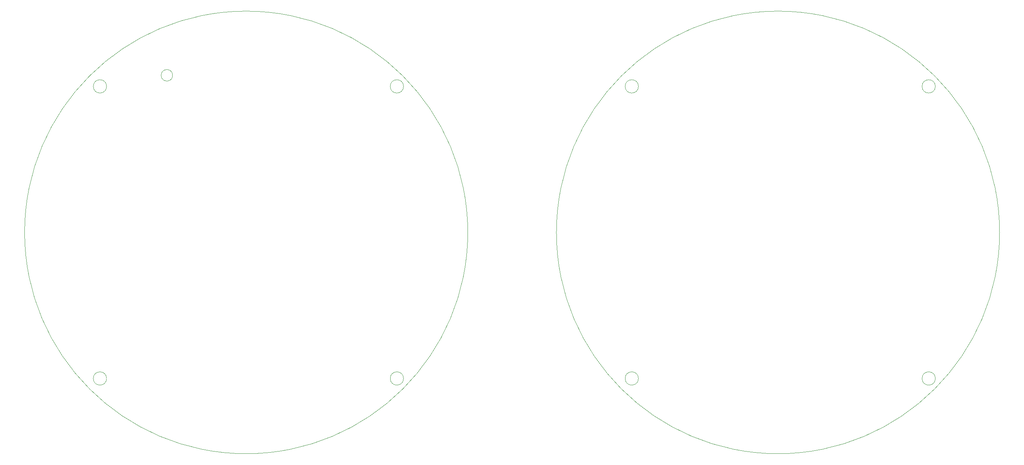
<source format=gm1>
G04 #@! TF.GenerationSoftware,KiCad,Pcbnew,6.0.11-2627ca5db0~126~ubuntu20.04.1*
G04 #@! TF.CreationDate,2023-04-27T18:05:00+02:00*
G04 #@! TF.ProjectId,Semafor,53656d61-666f-4722-9e6b-696361645f70,rev?*
G04 #@! TF.SameCoordinates,Original*
G04 #@! TF.FileFunction,Profile,NP*
%FSLAX46Y46*%
G04 Gerber Fmt 4.6, Leading zero omitted, Abs format (unit mm)*
G04 Created by KiCad (PCBNEW 6.0.11-2627ca5db0~126~ubuntu20.04.1) date 2023-04-27 18:05:00*
%MOMM*%
%LPD*%
G01*
G04 APERTURE LIST*
G04 #@! TA.AperFunction,Profile*
%ADD10C,0.100000*%
G04 #@! TD*
G04 APERTURE END LIST*
D10*
X68500000Y-67000000D02*
G75*
G03*
X68500000Y-67000000I-1500000J0D01*
G01*
X255500000Y-67000000D02*
G75*
G03*
X255500000Y-67000000I-1500000J0D01*
G01*
X83400000Y-64500000D02*
G75*
G03*
X83400000Y-64500000I-1300000J0D01*
G01*
X68500000Y-133000000D02*
G75*
G03*
X68500000Y-133000000I-1500000J0D01*
G01*
X188500000Y-133000000D02*
G75*
G03*
X188500000Y-133000000I-1500000J0D01*
G01*
X255500000Y-133000000D02*
G75*
G03*
X255500000Y-133000000I-1500000J0D01*
G01*
X135500000Y-67000000D02*
G75*
G03*
X135500000Y-67000000I-1500000J0D01*
G01*
X150000000Y-100000000D02*
G75*
G03*
X150000000Y-100000000I-50000000J0D01*
G01*
X135500000Y-133000000D02*
G75*
G03*
X135500000Y-133000000I-1500000J0D01*
G01*
X188500000Y-67000000D02*
G75*
G03*
X188500000Y-67000000I-1500000J0D01*
G01*
X270000000Y-100000000D02*
G75*
G03*
X270000000Y-100000000I-50000000J0D01*
G01*
M02*

</source>
